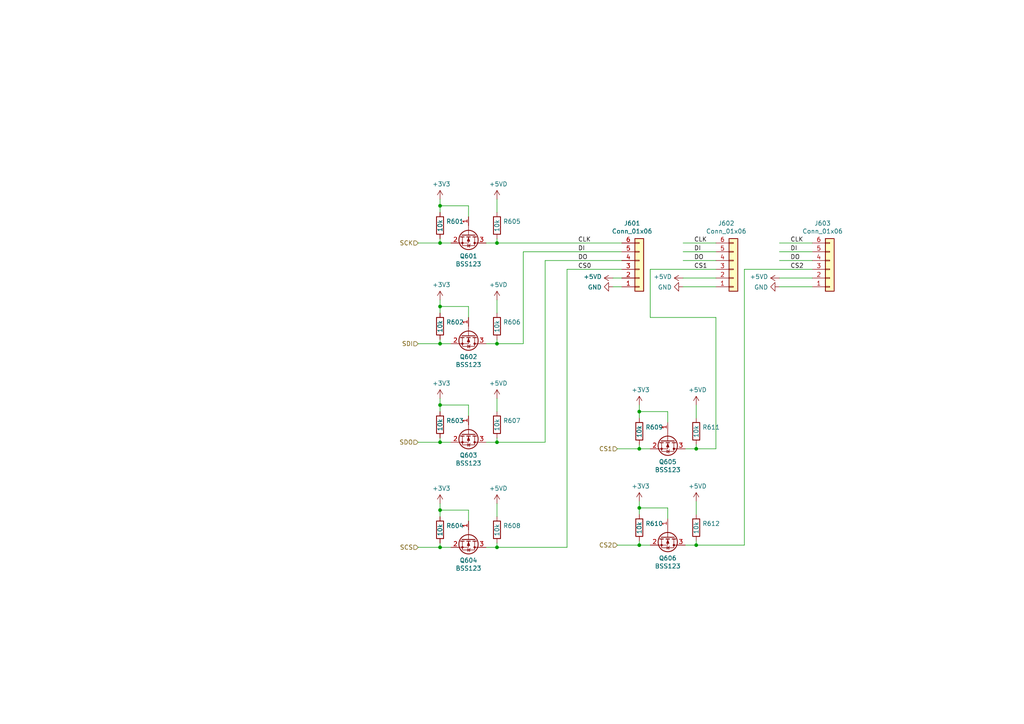
<source format=kicad_sch>
(kicad_sch (version 20211123) (generator eeschema)
  (paper "A4")
  (title_block (title "Connector Cube V2") (date "2021-12-21") (rev "V2.00A") (company "CubeDeb-F4DEB") (comment 1 "SPI"))
  (lib_symbols
    (symbol "Connector_Generic:Conn_01x06" (pin_names (offset 1.016) hide)
      (property "Reference" "J" (at 0 7.62 0))
      (property "Value" "Connector_Generic_Conn_01x06" (at 0 -10.16 0))
      (symbol "Conn_01x06_1_1"
        (rectangle (start -1.27 -7.493) (end 0 -7.747) (stroke (width 0.1524)))
        (rectangle (start -1.27 -4.953) (end 0 -5.207) (stroke (width 0.1524)))
        (rectangle (start -1.27 -2.413) (end 0 -2.667) (stroke (width 0.1524)))
        (rectangle (start -1.27 0.127) (end 0 -0.127) (stroke (width 0.1524)))
        (rectangle (start -1.27 2.667) (end 0 2.413) (stroke (width 0.1524)))
        (rectangle (start -1.27 5.207) (end 0 4.953) (stroke (width 0.1524)))
        (rectangle (start -1.27 6.35) (end 1.27 -8.89) (stroke (width 0.254)) (fill (type background)))
        (pin passive line (at -5.08 5.08 0) (length 3.81) (name "Pin_1") (number "1"))
        (pin passive line (at -5.08 2.54 0) (length 3.81) (name "Pin_2") (number "2"))
        (pin passive line (at -5.08 0 0) (length 3.81) (name "Pin_3") (number "3"))
        (pin passive line (at -5.08 -2.54 0) (length 3.81) (name "Pin_4") (number "4"))
        (pin passive line (at -5.08 -5.08 0) (length 3.81) (name "Pin_5") (number "5"))
        (pin passive line (at -5.08 -7.62 0) (length 3.81) (name "Pin_6") (number "6"))
      )
    )
    (symbol "Device:R" (pin_numbers hide) (pin_names (offset 0))
      (property "Reference" "R" (at 2.032 0 90))
      (property "Value" "Device_R" (at 0 0 90))
      (symbol "R_0_1"
        (rectangle (start -1.016 -2.54) (end 1.016 2.54) (stroke (width 0.254)))
      )
      (symbol "R_1_1"
        (pin passive line (at 0 3.81 270) (length 1.27) (name "~") (number "1"))
        (pin passive line (at 0 -3.81 90) (length 1.27) (name "~") (number "2"))
      )
    )
    (symbol "Transistor_FET:BSS123" (pin_names hide)
      (property "Reference" "Q" (at 5.08 1.905 0))
      (property "Value" "Transistor_FET_BSS123" (at 5.08 0 0))
      (symbol "BSS123_0_1"
        (polyline (pts (xy 0.254 0) (xy -2.54 0)))
        (polyline (pts (xy 0.254 1.905) (xy 0.254 -1.905)) (stroke (width 0.254)))
        (polyline (pts (xy 0.762 -1.27) (xy 0.762 -2.286)) (stroke (width 0.254)))
        (polyline (pts (xy 0.762 0.508) (xy 0.762 -0.508)) (stroke (width 0.254)))
        (polyline (pts (xy 0.762 2.286) (xy 0.762 1.27)) (stroke (width 0.254)))
        (polyline (pts (xy 2.54 2.54) (xy 2.54 1.778)))
        (polyline (pts (xy 2.54 -2.54) (xy 2.54 0) (xy 0.762 0)))
        (polyline (pts (xy 0.762 -1.778) (xy 3.302 -1.778) (xy 3.302 1.778) (xy 0.762 1.778)))
        (polyline (pts (xy 1.016 0) (xy 2.032 0.381) (xy 2.032 -0.381) (xy 1.016 0)) (fill (type outline)))
        (polyline (pts (xy 2.794 0.508) (xy 2.921 0.381) (xy 3.683 0.381) (xy 3.81 0.254)))
        (polyline (pts (xy 3.302 0.381) (xy 2.921 -0.254) (xy 3.683 -0.254) (xy 3.302 0.381)))
        (circle (center 1.651 0) (radius 2.794) (stroke (width 0.254)))
        (circle (center 2.54 -1.778) (radius 0.254) (fill (type outline)))
        (circle (center 2.54 1.778) (radius 0.254) (fill (type outline)))
      )
      (symbol "BSS123_1_1"
        (pin input line (at -5.08 0 0) (length 2.54) (name "G") (number "1"))
        (pin passive line (at 2.54 -5.08 90) (length 2.54) (name "S") (number "2"))
        (pin passive line (at 2.54 5.08 270) (length 2.54) (name "D") (number "3"))
      )
    )
    (symbol "power:+3.3V" (power) (pin_names (offset 0))
      (property "Value" "power_+3.3V" (at 0 3.556 0))
      (symbol "+3.3V_0_1"
        (polyline (pts (xy -0.762 1.27) (xy 0 2.54)))
        (polyline (pts (xy 0 0) (xy 0 2.54)))
        (polyline (pts (xy 0 2.54) (xy 0.762 1.27)))
      )
      (symbol "+3.3V_1_1"
        (pin power_in line (at 0 0 90) (length 0) hide (name "+3V3") (number "1"))
      )
    )
    (symbol "power:+5VD" (power) (pin_names (offset 0))
      (property "Value" "power_+5VD" (at 0 3.556 0))
      (symbol "+5VD_0_1"
        (polyline (pts (xy -0.762 1.27) (xy 0 2.54)))
        (polyline (pts (xy 0 0) (xy 0 2.54)))
        (polyline (pts (xy 0 2.54) (xy 0.762 1.27)))
      )
      (symbol "+5VD_1_1"
        (pin power_in line (at 0 0 90) (length 0) hide (name "+5VD") (number "1"))
      )
    )
    (symbol "power:GND" (power) (pin_names (offset 0))
      (property "Value" "power_GND" (at 0 -3.81 0))
      (symbol "GND_0_1"
        (polyline (pts (xy 0 0) (xy 0 -1.27) (xy 1.27 -1.27) (xy 0 -2.54) (xy -1.27 -1.27) (xy 0 -1.27)))
      )
      (symbol "GND_1_1"
        (pin power_in line (at 0 0 270) (length 0) hide (name "GND") (number "1"))
      )
    )
  )
  (junction (at 185.42 130.175))
  (junction (at 127.635 117.475))
  (junction (at 127.635 70.485))
  (junction (at 127.635 88.9))
  (junction (at 127.635 147.955))
  (junction (at 144.145 70.485))
  (junction (at 201.93 130.175))
  (junction (at 127.635 128.27))
  (junction (at 144.145 158.75))
  (junction (at 185.42 119.38))
  (junction (at 127.635 59.69))
  (junction (at 144.145 99.695))
  (junction (at 185.42 147.32))
  (junction (at 201.93 158.115))
  (junction (at 144.145 128.27))
  (junction (at 127.635 99.695))
  (junction (at 185.42 158.115))
  (junction (at 127.635 158.75))
  (wire (pts (xy 198.12 80.645) (xy 207.645 80.645)))
  (wire (pts (xy 185.42 147.32) (xy 185.42 145.415)))
  (wire (pts (xy 144.145 99.695) (xy 151.765 99.695)))
  (wire (pts (xy 144.145 157.48) (xy 144.145 158.75)))
  (wire (pts (xy 127.635 147.955) (xy 127.635 146.05)))
  (wire (pts (xy 140.97 128.27) (xy 144.145 128.27)))
  (wire (pts (xy 226.06 80.645) (xy 235.585 80.645)))
  (wire (pts (xy 135.89 88.9) (xy 127.635 88.9)))
  (wire (pts (xy 127.635 59.69) (xy 127.635 61.595)))
  (wire (pts (xy 144.145 61.595) (xy 144.145 57.785)))
  (wire (pts (xy 127.635 117.475) (xy 127.635 115.57)))
  (wire (pts (xy 144.145 69.215) (xy 144.145 70.485)))
  (wire (pts (xy 135.89 117.475) (xy 127.635 117.475)))
  (wire (pts (xy 179.07 130.175) (xy 185.42 130.175)))
  (wire (pts (xy 135.89 92.075) (xy 135.89 88.9)))
  (wire (pts (xy 127.635 157.48) (xy 127.635 158.75)))
  (wire (pts (xy 198.755 130.175) (xy 201.93 130.175)))
  (wire (pts (xy 121.285 128.27) (xy 127.635 128.27)))
  (wire (pts (xy 135.89 120.65) (xy 135.89 117.475)))
  (wire (pts (xy 127.635 88.9) (xy 127.635 86.995)))
  (wire (pts (xy 185.42 119.38) (xy 185.42 117.475)))
  (wire (pts (xy 140.97 99.695) (xy 144.145 99.695)))
  (wire (pts (xy 201.93 158.115) (xy 215.9 158.115)))
  (wire (pts (xy 135.89 59.69) (xy 127.635 59.69)))
  (wire (pts (xy 198.12 75.565) (xy 207.645 75.565)))
  (wire (pts (xy 127.635 128.27) (xy 130.81 128.27)))
  (wire (pts (xy 180.34 83.185) (xy 177.8 83.185)))
  (wire (pts (xy 158.115 75.565) (xy 180.34 75.565)))
  (wire (pts (xy 185.42 119.38) (xy 185.42 121.285)))
  (wire (pts (xy 193.675 150.495) (xy 193.675 147.32)))
  (wire (pts (xy 164.465 158.75) (xy 164.465 78.105)))
  (wire (pts (xy 127.635 98.425) (xy 127.635 99.695)))
  (wire (pts (xy 127.635 69.215) (xy 127.635 70.485)))
  (wire (pts (xy 144.145 158.75) (xy 164.465 158.75)))
  (wire (pts (xy 144.145 98.425) (xy 144.145 99.695)))
  (wire (pts (xy 207.645 92.075) (xy 188.595 92.075)))
  (wire (pts (xy 140.97 158.75) (xy 144.145 158.75)))
  (wire (pts (xy 164.465 78.105) (xy 180.34 78.105)))
  (wire (pts (xy 127.635 158.75) (xy 130.81 158.75)))
  (wire (pts (xy 144.145 119.38) (xy 144.145 115.57)))
  (wire (pts (xy 144.145 149.86) (xy 144.145 146.05)))
  (wire (pts (xy 185.42 158.115) (xy 188.595 158.115)))
  (wire (pts (xy 151.765 73.025) (xy 180.34 73.025)))
  (wire (pts (xy 185.42 130.175) (xy 188.595 130.175)))
  (wire (pts (xy 198.12 83.185) (xy 207.645 83.185)))
  (wire (pts (xy 121.285 158.75) (xy 127.635 158.75)))
  (wire (pts (xy 193.675 119.38) (xy 185.42 119.38)))
  (wire (pts (xy 144.145 127) (xy 144.145 128.27)))
  (wire (pts (xy 144.145 90.805) (xy 144.145 86.995)))
  (wire (pts (xy 201.93 121.285) (xy 201.93 117.475)))
  (wire (pts (xy 144.145 128.27) (xy 158.115 128.27)))
  (wire (pts (xy 188.595 78.105) (xy 207.645 78.105)))
  (wire (pts (xy 226.06 83.185) (xy 235.585 83.185)))
  (wire (pts (xy 215.9 78.105) (xy 235.585 78.105)))
  (wire (pts (xy 127.635 99.695) (xy 130.81 99.695)))
  (wire (pts (xy 127.635 88.9) (xy 127.635 90.805)))
  (wire (pts (xy 207.645 130.175) (xy 207.645 92.075)))
  (wire (pts (xy 140.97 70.485) (xy 144.145 70.485)))
  (wire (pts (xy 185.42 128.905) (xy 185.42 130.175)))
  (wire (pts (xy 185.42 156.845) (xy 185.42 158.115)))
  (wire (pts (xy 193.675 147.32) (xy 185.42 147.32)))
  (wire (pts (xy 226.06 70.485) (xy 235.585 70.485)))
  (wire (pts (xy 185.42 147.32) (xy 185.42 149.225)))
  (wire (pts (xy 198.12 73.025) (xy 207.645 73.025)))
  (wire (pts (xy 201.93 128.905) (xy 201.93 130.175)))
  (wire (pts (xy 188.595 92.075) (xy 188.595 78.105)))
  (wire (pts (xy 198.755 158.115) (xy 201.93 158.115)))
  (wire (pts (xy 226.06 73.025) (xy 235.585 73.025)))
  (wire (pts (xy 144.145 70.485) (xy 180.34 70.485)))
  (wire (pts (xy 179.07 158.115) (xy 185.42 158.115)))
  (wire (pts (xy 127.635 147.955) (xy 127.635 149.86)))
  (wire (pts (xy 198.12 70.485) (xy 207.645 70.485)))
  (wire (pts (xy 180.34 80.645) (xy 177.8 80.645)))
  (wire (pts (xy 201.93 130.175) (xy 207.645 130.175)))
  (wire (pts (xy 201.93 149.225) (xy 201.93 145.415)))
  (wire (pts (xy 158.115 128.27) (xy 158.115 75.565)))
  (wire (pts (xy 226.06 75.565) (xy 235.585 75.565)))
  (wire (pts (xy 127.635 127) (xy 127.635 128.27)))
  (wire (pts (xy 151.765 99.695) (xy 151.765 73.025)))
  (wire (pts (xy 127.635 117.475) (xy 127.635 119.38)))
  (wire (pts (xy 127.635 70.485) (xy 130.81 70.485)))
  (wire (pts (xy 135.89 62.865) (xy 135.89 59.69)))
  (wire (pts (xy 215.9 158.115) (xy 215.9 78.105)))
  (wire (pts (xy 135.89 151.13) (xy 135.89 147.955)))
  (wire (pts (xy 193.675 122.555) (xy 193.675 119.38)))
  (wire (pts (xy 135.89 147.955) (xy 127.635 147.955)))
  (wire (pts (xy 127.635 59.69) (xy 127.635 57.785)))
  (wire (pts (xy 121.285 99.695) (xy 127.635 99.695)))
  (wire (pts (xy 121.285 70.485) (xy 127.635 70.485)))
  (wire (pts (xy 201.93 156.845) (xy 201.93 158.115)))
  (label "CS0" (at 167.64 78.105 0))
  (label "DI" (at 229.235 73.025 0))
  (label "DO" (at 229.235 75.565 0))
  (label "DO" (at 201.295 75.565 0))
  (label "CS2" (at 229.235 78.105 0))
  (label "DI" (at 201.295 73.025 0))
  (label "DI" (at 167.64 73.025 0))
  (label "DO" (at 167.64 75.565 0))
  (label "CLK" (at 167.64 70.485 0))
  (label "CS1" (at 201.295 78.105 0))
  (label "CLK" (at 201.295 70.485 0))
  (label "CLK" (at 229.235 70.485 0))
  (hierarchical_label "SCS" (shape input) (at 121.285 158.75 180))
  (hierarchical_label "SCK" (shape input) (at 121.285 70.485 180))
  (hierarchical_label "SDO" (shape input) (at 121.285 128.27 180))
  (hierarchical_label "SDI" (shape input) (at 121.285 99.695 180))
  (hierarchical_label "CS2" (shape input) (at 179.07 158.115 180))
  (hierarchical_label "CS1" (shape input) (at 179.07 130.175 180))
  (symbol (lib_id "Connector_Generic:Conn_01x06") (at 185.42 78.105 0) (mirror x) (unit 1)
    (property "Reference" "J601" (at 183.3372 64.77 0))
    (property "Value" "Conn_01x06" (at 183.3372 67.0814 0))
    (property "Footprint" "Connector_JST:JST_GH_BM06B-GHS-TBT_1x06-1MP_P1.25mm_Vertical" (effects hide))
  )
  (symbol (lib_id "power:GND") (at 177.8 83.185 270) (unit 1)
    (property "Reference" "#PWR0203" (effects hide))
    (property "Value" "GND" (at 174.5488 83.312 90) (effects (justify right)))
  )
  (symbol (lib_id "power:+5VD") (at 177.8 80.645 90) (unit 1)
    (property "Reference" "#PWR0204" (effects hide))
    (property "Value" "+5VD" (at 174.5488 80.264 90) (effects (justify left)))
  )
  (symbol (lib_id "Transistor_FET:BSS123") (at 135.89 67.945 270) (unit 1)
    (property "Reference" "Q601" (at 135.89 74.2696 90))
    (property "Value" "BSS123" (at 135.89 76.581 90))
    (property "Footprint" "Package_TO_SOT_SMD:SOT-23" (effects hide))
    (property "Datasheet" "http://www.diodes.com/assets/Datasheets/ds30366.pdf" (effects hide))
  )
  (symbol (lib_id "Device:R") (at 127.635 65.405 0) (unit 1)
    (property "Reference" "R601" (at 129.413 64.2366 0) (effects (justify left)))
    (property "Value" "10k" (at 127.635 67.31 90) (effects (justify left)))
    (property "Footprint" "Resistor_SMD:R_0603_1608Metric" (effects hide))
  )
  (symbol (lib_id "Device:R") (at 144.145 65.405 0) (unit 1)
    (property "Reference" "R605" (at 145.923 64.2366 0) (effects (justify left)))
    (property "Value" "10k" (at 144.145 67.31 90) (effects (justify left)))
    (property "Footprint" "Resistor_SMD:R_0603_1608Metric" (effects hide))
  )
  (symbol (lib_id "power:+5VD") (at 144.145 57.785 0) (unit 1)
    (property "Reference" "#PWR0205" (effects hide))
    (property "Value" "+5VD" (at 144.526 53.3908 0))
  )
  (symbol (lib_id "power:+3.3V") (at 127.635 57.785 0) (unit 1)
    (property "Reference" "#PWR0206" (effects hide))
    (property "Value" "+3.3V" (at 128.016 53.3908 0))
  )
  (symbol (lib_id "Connector_Generic:Conn_01x06") (at 212.725 78.105 0) (mirror x) (unit 1)
    (property "Reference" "J602" (at 210.6422 64.77 0))
    (property "Value" "Conn_01x06" (at 210.6422 67.0814 0))
    (property "Footprint" "Connector_JST:JST_GH_BM06B-GHS-TBT_1x06-1MP_P1.25mm_Vertical" (effects hide))
  )
  (symbol (lib_id "Connector_Generic:Conn_01x06") (at 240.665 78.105 0) (mirror x) (unit 1)
    (property "Reference" "J603" (at 238.5822 64.77 0))
    (property "Value" "Conn_01x06" (at 238.5822 67.0814 0))
    (property "Footprint" "Connector_JST:JST_GH_BM06B-GHS-TBT_1x06-1MP_P1.25mm_Vertical" (effects hide))
  )
  (symbol (lib_id "Transistor_FET:BSS123") (at 135.89 97.155 270) (unit 1)
    (property "Reference" "Q602" (at 135.89 103.4796 90))
    (property "Value" "BSS123" (at 135.89 105.791 90))
    (property "Footprint" "Package_TO_SOT_SMD:SOT-23" (effects hide))
    (property "Datasheet" "http://www.diodes.com/assets/Datasheets/ds30366.pdf" (effects hide))
  )
  (symbol (lib_id "Device:R") (at 127.635 94.615 0) (unit 1)
    (property "Reference" "R602" (at 129.413 93.4466 0) (effects (justify left)))
    (property "Value" "10k" (at 127.635 96.52 90) (effects (justify left)))
    (property "Footprint" "Resistor_SMD:R_0603_1608Metric" (effects hide))
  )
  (symbol (lib_id "Device:R") (at 144.145 94.615 0) (unit 1)
    (property "Reference" "R606" (at 145.923 93.4466 0) (effects (justify left)))
    (property "Value" "10k" (at 144.145 96.52 90) (effects (justify left)))
    (property "Footprint" "Resistor_SMD:R_0603_1608Metric" (effects hide))
  )
  (symbol (lib_id "power:+5VD") (at 144.145 86.995 0) (unit 1)
    (property "Reference" "#PWR0207" (effects hide))
    (property "Value" "+5VD" (at 144.526 82.6008 0))
  )
  (symbol (lib_id "power:+3.3V") (at 127.635 86.995 0) (unit 1)
    (property "Reference" "#PWR0208" (effects hide))
    (property "Value" "+3.3V" (at 128.016 82.6008 0))
  )
  (symbol (lib_id "Transistor_FET:BSS123") (at 135.89 125.73 270) (unit 1)
    (property "Reference" "Q603" (at 135.89 132.0546 90))
    (property "Value" "BSS123" (at 135.89 134.366 90))
    (property "Footprint" "Package_TO_SOT_SMD:SOT-23" (effects hide))
    (property "Datasheet" "http://www.diodes.com/assets/Datasheets/ds30366.pdf" (effects hide))
  )
  (symbol (lib_id "Device:R") (at 127.635 123.19 0) (unit 1)
    (property "Reference" "R603" (at 129.413 122.0216 0) (effects (justify left)))
    (property "Value" "10k" (at 127.635 125.095 90) (effects (justify left)))
    (property "Footprint" "Resistor_SMD:R_0603_1608Metric" (effects hide))
  )
  (symbol (lib_id "Device:R") (at 144.145 123.19 0) (unit 1)
    (property "Reference" "R607" (at 145.923 122.0216 0) (effects (justify left)))
    (property "Value" "10k" (at 144.145 125.095 90) (effects (justify left)))
    (property "Footprint" "Resistor_SMD:R_0603_1608Metric" (effects hide))
  )
  (symbol (lib_id "power:+5VD") (at 144.145 115.57 0) (unit 1)
    (property "Reference" "#PWR0209" (effects hide))
    (property "Value" "+5VD" (at 144.526 111.1758 0))
  )
  (symbol (lib_id "power:+3.3V") (at 127.635 115.57 0) (unit 1)
    (property "Reference" "#PWR0210" (effects hide))
    (property "Value" "+3.3V" (at 128.016 111.1758 0))
  )
  (symbol (lib_id "power:GND") (at 198.12 83.185 270) (unit 1)
    (property "Reference" "#PWR0213" (effects hide))
    (property "Value" "GND" (at 194.8688 83.312 90) (effects (justify right)))
  )
  (symbol (lib_id "power:+5VD") (at 198.12 80.645 90) (unit 1)
    (property "Reference" "#PWR0214" (effects hide))
    (property "Value" "+5VD" (at 194.8688 80.264 90) (effects (justify left)))
  )
  (symbol (lib_id "power:GND") (at 226.06 83.185 270) (unit 1)
    (property "Reference" "#PWR0215" (effects hide))
    (property "Value" "GND" (at 222.8088 83.312 90) (effects (justify right)))
  )
  (symbol (lib_id "power:+5VD") (at 226.06 80.645 90) (unit 1)
    (property "Reference" "#PWR0216" (effects hide))
    (property "Value" "+5VD" (at 222.8088 80.264 90) (effects (justify left)))
  )
  (symbol (lib_id "Transistor_FET:BSS123") (at 193.675 155.575 270) (unit 1)
    (property "Reference" "Q606" (at 193.675 161.8996 90))
    (property "Value" "BSS123" (at 193.675 164.211 90))
    (property "Footprint" "Package_TO_SOT_SMD:SOT-23" (effects hide))
    (property "Datasheet" "http://www.diodes.com/assets/Datasheets/ds30366.pdf" (effects hide))
  )
  (symbol (lib_id "Device:R") (at 185.42 153.035 0) (unit 1)
    (property "Reference" "R610" (at 187.198 151.8666 0) (effects (justify left)))
    (property "Value" "10k" (at 185.42 154.94 90) (effects (justify left)))
    (property "Footprint" "Resistor_SMD:R_0603_1608Metric" (effects hide))
  )
  (symbol (lib_id "Device:R") (at 201.93 153.035 0) (unit 1)
    (property "Reference" "R612" (at 203.708 151.8666 0) (effects (justify left)))
    (property "Value" "10k" (at 201.93 154.94 90) (effects (justify left)))
    (property "Footprint" "Resistor_SMD:R_0603_1608Metric" (effects hide))
  )
  (symbol (lib_id "power:+5VD") (at 201.93 145.415 0) (unit 1)
    (property "Reference" "#PWR0217" (effects hide))
    (property "Value" "+5VD" (at 202.311 141.0208 0))
  )
  (symbol (lib_id "power:+3.3V") (at 185.42 145.415 0) (unit 1)
    (property "Reference" "#PWR0218" (effects hide))
    (property "Value" "+3.3V" (at 185.801 141.0208 0))
  )
  (symbol (lib_id "Transistor_FET:BSS123") (at 135.89 156.21 270) (unit 1)
    (property "Reference" "Q604" (at 135.89 162.5346 90))
    (property "Value" "BSS123" (at 135.89 164.846 90))
    (property "Footprint" "Package_TO_SOT_SMD:SOT-23" (effects hide))
    (property "Datasheet" "http://www.diodes.com/assets/Datasheets/ds30366.pdf" (effects hide))
  )
  (symbol (lib_id "Device:R") (at 127.635 153.67 0) (unit 1)
    (property "Reference" "R604" (at 129.413 152.5016 0) (effects (justify left)))
    (property "Value" "10k" (at 127.635 155.575 90) (effects (justify left)))
    (property "Footprint" "Resistor_SMD:R_0603_1608Metric" (effects hide))
  )
  (symbol (lib_id "Device:R") (at 144.145 153.67 0) (unit 1)
    (property "Reference" "R608" (at 145.923 152.5016 0) (effects (justify left)))
    (property "Value" "10k" (at 144.145 155.575 90) (effects (justify left)))
    (property "Footprint" "Resistor_SMD:R_0603_1608Metric" (effects hide))
  )
  (symbol (lib_id "power:+5VD") (at 144.145 146.05 0) (unit 1)
    (property "Reference" "#PWR0211" (effects hide))
    (property "Value" "+5VD" (at 144.526 141.6558 0))
  )
  (symbol (lib_id "power:+3.3V") (at 127.635 146.05 0) (unit 1)
    (property "Reference" "#PWR0212" (effects hide))
    (property "Value" "+3.3V" (at 128.016 141.6558 0))
  )
  (symbol (lib_id "Transistor_FET:BSS123") (at 193.675 127.635 270) (unit 1)
    (property "Reference" "Q605" (at 193.675 133.9596 90))
    (property "Value" "BSS123" (at 193.675 136.271 90))
    (property "Footprint" "Package_TO_SOT_SMD:SOT-23" (effects hide))
    (property "Datasheet" "http://www.diodes.com/assets/Datasheets/ds30366.pdf" (effects hide))
  )
  (symbol (lib_id "Device:R") (at 185.42 125.095 0) (unit 1)
    (property "Reference" "R609" (at 187.198 123.9266 0) (effects (justify left)))
    (property "Value" "10k" (at 185.42 127 90) (effects (justify left)))
    (property "Footprint" "Resistor_SMD:R_0603_1608Metric" (effects hide))
  )
  (symbol (lib_id "Device:R") (at 201.93 125.095 0) (unit 1)
    (property "Reference" "R611" (at 203.708 123.9266 0) (effects (justify left)))
    (property "Value" "10k" (at 201.93 127 90) (effects (justify left)))
    (property "Footprint" "Resistor_SMD:R_0603_1608Metric" (effects hide))
  )
  (symbol (lib_id "power:+5VD") (at 201.93 117.475 0) (unit 1)
    (property "Reference" "#PWR0219" (effects hide))
    (property "Value" "+5VD" (at 202.311 113.0808 0))
  )
  (symbol (lib_id "power:+3.3V") (at 185.42 117.475 0) (unit 1)
    (property "Reference" "#PWR0220" (effects hide))
    (property "Value" "+3.3V" (at 185.801 113.0808 0))
  )
)
</source>
